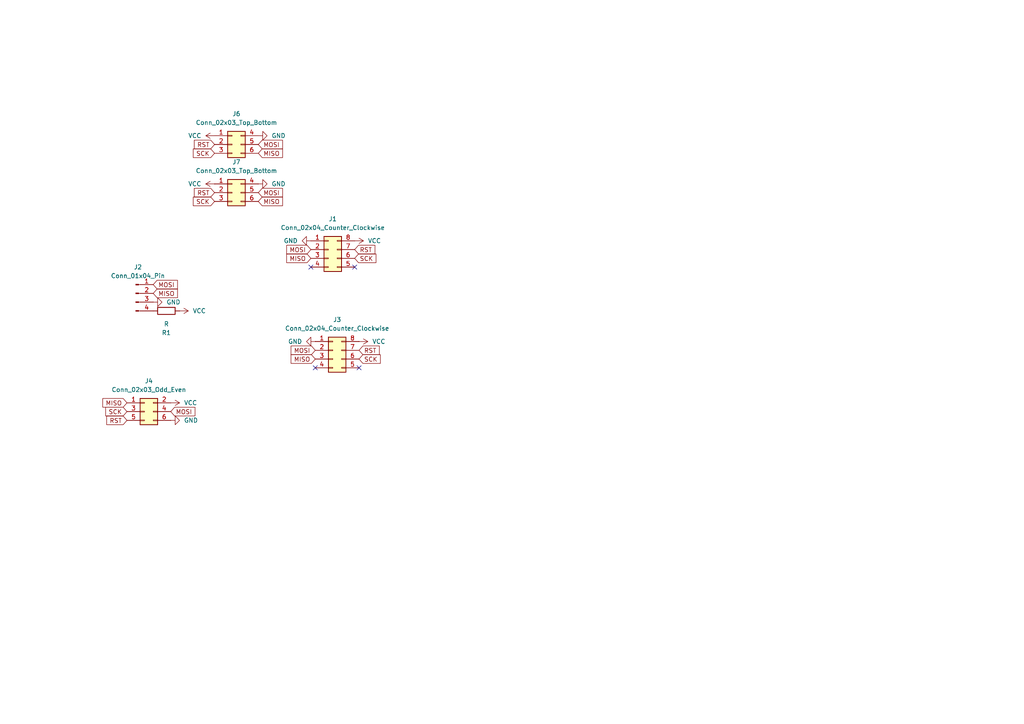
<source format=kicad_sch>
(kicad_sch (version 20250114) (generator "eeschema") (generator_version "9.0")
  (paper "A4")
  (lib_symbols
    (symbol "Connector:Conn_01x04_Pin" (pin_names (offset 1.016) (hide yes))
      (property "Reference" "J" (at 0 5.08 0))
      (property "Value" "Conn_01x04_Pin" (at 0 -7.62 0))
      (symbol "Conn_01x04_Pin_1_1"
        (rectangle (start 0.8636 2.667) (end 0 2.413) (stroke (width 0.1524)) (fill (type outline)))
        (rectangle (start 0.8636 0.127) (end 0 -0.127) (stroke (width 0.1524)) (fill (type outline)))
        (rectangle (start 0.8636 -2.413) (end 0 -2.667) (stroke (width 0.1524)) (fill (type outline)))
        (rectangle (start 0.8636 -4.953) (end 0 -5.207) (stroke (width 0.1524)) (fill (type outline)))
        (polyline (pts (xy 1.27 2.54) (xy 0.8636 2.54)) (stroke (width 0.1524)))
        (polyline (pts (xy 1.27 0) (xy 0.8636 0)) (stroke (width 0.1524)))
        (polyline (pts (xy 1.27 -2.54) (xy 0.8636 -2.54)) (stroke (width 0.1524)))
        (polyline (pts (xy 1.27 -5.08) (xy 0.8636 -5.08)) (stroke (width 0.1524)))
        (pin passive line (at 5.08 2.54 180) (length 3.81) (name "Pin_1") (number "1"))
        (pin passive line (at 5.08 0 180) (length 3.81) (name "Pin_2") (number "2"))
        (pin passive line (at 5.08 -2.54 180) (length 3.81) (name "Pin_3") (number "3"))
        (pin passive line (at 5.08 -5.08 180) (length 3.81) (name "Pin_4") (number "4"))
      )
    )
    (symbol "Connector_Generic:Conn_02x03_Odd_Even" (pin_names (offset 1.016) (hide yes))
      (property "Reference" "J" (at 1.27 5.08 0))
      (property "Value" "Conn_02x03_Odd_Even" (at 1.27 -5.08 0))
      (symbol "Conn_02x03_Odd_Even_1_1"
        (rectangle (start -1.27 3.81) (end 3.81 -3.81) (stroke (width 0.254)) (fill (type background)))
        (rectangle (start -1.27 2.667) (end 0 2.413) (stroke (width 0.1524)))
        (rectangle (start -1.27 0.127) (end 0 -0.127) (stroke (width 0.1524)))
        (rectangle (start -1.27 -2.413) (end 0 -2.667) (stroke (width 0.1524)))
        (rectangle (start 3.81 2.667) (end 2.54 2.413) (stroke (width 0.1524)))
        (rectangle (start 3.81 0.127) (end 2.54 -0.127) (stroke (width 0.1524)))
        (rectangle (start 3.81 -2.413) (end 2.54 -2.667) (stroke (width 0.1524)))
        (pin passive line (at -5.08 2.54 0) (length 3.81) (name "Pin_1") (number "1"))
        (pin passive line (at -5.08 0 0) (length 3.81) (name "Pin_3") (number "3"))
        (pin passive line (at -5.08 -2.54 0) (length 3.81) (name "Pin_5") (number "5"))
        (pin passive line (at 7.62 2.54 180) (length 3.81) (name "Pin_2") (number "2"))
        (pin passive line (at 7.62 0 180) (length 3.81) (name "Pin_4") (number "4"))
        (pin passive line (at 7.62 -2.54 180) (length 3.81) (name "Pin_6") (number "6"))
      )
    )
    (symbol "Connector_Generic:Conn_02x03_Top_Bottom" (pin_names (offset 1.016) (hide yes))
      (property "Reference" "J" (at 1.27 5.08 0))
      (property "Value" "Conn_02x03_Top_Bottom" (at 1.27 -5.08 0))
      (symbol "Conn_02x03_Top_Bottom_1_1"
        (rectangle (start -1.27 3.81) (end 3.81 -3.81) (stroke (width 0.254)) (fill (type background)))
        (rectangle (start -1.27 2.667) (end 0 2.413) (stroke (width 0.1524)))
        (rectangle (start -1.27 0.127) (end 0 -0.127) (stroke (width 0.1524)))
        (rectangle (start -1.27 -2.413) (end 0 -2.667) (stroke (width 0.1524)))
        (rectangle (start 3.81 2.667) (end 2.54 2.413) (stroke (width 0.1524)))
        (rectangle (start 3.81 0.127) (end 2.54 -0.127) (stroke (width 0.1524)))
        (rectangle (start 3.81 -2.413) (end 2.54 -2.667) (stroke (width 0.1524)))
        (pin passive line (at -5.08 2.54 0) (length 3.81) (name "Pin_1") (number "1"))
        (pin passive line (at -5.08 0 0) (length 3.81) (name "Pin_2") (number "2"))
        (pin passive line (at -5.08 -2.54 0) (length 3.81) (name "Pin_3") (number "3"))
        (pin passive line (at 7.62 2.54 180) (length 3.81) (name "Pin_4") (number "4"))
        (pin passive line (at 7.62 0 180) (length 3.81) (name "Pin_5") (number "5"))
        (pin passive line (at 7.62 -2.54 180) (length 3.81) (name "Pin_6") (number "6"))
      )
    )
    (symbol "Connector_Generic:Conn_02x04_Counter_Clockwise" (pin_names (offset 1.016) (hide yes))
      (property "Reference" "J" (at 1.27 5.08 0))
      (property "Value" "Conn_02x04_Counter_Clockwise" (at 1.27 -7.62 0))
      (symbol "Conn_02x04_Counter_Clockwise_1_1"
        (rectangle (start -1.27 3.81) (end 3.81 -6.35) (stroke (width 0.254)) (fill (type background)))
        (rectangle (start -1.27 2.667) (end 0 2.413) (stroke (width 0.1524)))
        (rectangle (start -1.27 0.127) (end 0 -0.127) (stroke (width 0.1524)))
        (rectangle (start -1.27 -2.413) (end 0 -2.667) (stroke (width 0.1524)))
        (rectangle (start -1.27 -4.953) (end 0 -5.207) (stroke (width 0.1524)))
        (rectangle (start 3.81 2.667) (end 2.54 2.413) (stroke (width 0.1524)))
        (rectangle (start 3.81 0.127) (end 2.54 -0.127) (stroke (width 0.1524)))
        (rectangle (start 3.81 -2.413) (end 2.54 -2.667) (stroke (width 0.1524)))
        (rectangle (start 3.81 -4.953) (end 2.54 -5.207) (stroke (width 0.1524)))
        (pin passive line (at -5.08 2.54 0) (length 3.81) (name "Pin_1") (number "1"))
        (pin passive line (at -5.08 0 0) (length 3.81) (name "Pin_2") (number "2"))
        (pin passive line (at -5.08 -2.54 0) (length 3.81) (name "Pin_3") (number "3"))
        (pin passive line (at -5.08 -5.08 0) (length 3.81) (name "Pin_4") (number "4"))
        (pin passive line (at 7.62 2.54 180) (length 3.81) (name "Pin_8") (number "8"))
        (pin passive line (at 7.62 0 180) (length 3.81) (name "Pin_7") (number "7"))
        (pin passive line (at 7.62 -2.54 180) (length 3.81) (name "Pin_6") (number "6"))
        (pin passive line (at 7.62 -5.08 180) (length 3.81) (name "Pin_5") (number "5"))
      )
    )
    (symbol "Device:R" (pin_numbers (hide yes)) (pin_names (offset 0))
      (property "Reference" "R" (at 2.032 0 90))
      (property "Value" "R" (at 0 0 90))
      (symbol "R_0_1"
        (rectangle (start -1.016 -2.54) (end 1.016 2.54) (stroke (width 0.254)))
      )
      (symbol "R_1_1"
        (pin passive line (at 0 3.81 270) (length 1.27) (name "~") (number "1"))
        (pin passive line (at 0 -3.81 90) (length 1.27) (name "~") (number "2"))
      )
    )
    (symbol "power:GND" (power) (pin_numbers (hide yes)) (pin_names (offset 0) (hide yes))
      (property "Value" "GND" (at 0 -3.81 0))
      (symbol "GND_0_1"
        (polyline (pts (xy 0 0) (xy 0 -1.27) (xy 1.27 -1.27) (xy 0 -2.54) (xy -1.27 -1.27) (xy 0 -1.27)))
      )
      (symbol "GND_1_1"
        (pin power_in line (at 0 0 270) (length 0) (name "~") (number "1"))
      )
    )
    (symbol "power:VCC" (power) (pin_numbers (hide yes)) (pin_names (offset 0) (hide yes))
      (property "Value" "VCC" (at 0 3.556 0))
      (symbol "VCC_0_1"
        (polyline (pts (xy -0.762 1.27) (xy 0 2.54)))
        (polyline (pts (xy 0 2.54) (xy 0.762 1.27)))
        (polyline (pts (xy 0 0) (xy 0 2.54)))
      )
      (symbol "VCC_1_1"
        (pin power_in line (at 0 0 90) (length 0) (name "~") (number "1"))
      )
    )
  )
  (no_connect (at 102.87 77.47))
  (no_connect (at 91.44 106.68))
  (no_connect (at 90.17 77.47))
  (no_connect (at 104.14 106.68))
  (global_label "MOSI" (shape input) (at 91.44 101.6 180) (property "Intersheetrefs" "${INTERSHEET_REFS}" (effects (hide yes))))
  (global_label "RST" (shape input) (at 102.87 72.39 0) (property "Intersheetrefs" "${INTERSHEET_REFS}" (effects (hide yes))))
  (global_label "MISO" (shape input) (at 91.44 104.14 180) (property "Intersheetrefs" "${INTERSHEET_REFS}" (effects (hide yes))))
  (global_label "MISO" (shape input) (at 90.17 74.93 180) (property "Intersheetrefs" "${INTERSHEET_REFS}" (effects (hide yes))))
  (global_label "RST" (shape input) (at 36.83 121.92 180) (property "Intersheetrefs" "${INTERSHEET_REFS}" (effects (hide yes))))
  (global_label "MOSI" (shape input) (at 74.93 41.91 0) (property "Intersheetrefs" "${INTERSHEET_REFS}" (effects (hide yes))))
  (global_label "MISO" (shape input) (at 74.93 58.42 0) (property "Intersheetrefs" "${INTERSHEET_REFS}" (effects (hide yes))))
  (global_label "SCK" (shape input) (at 36.83 119.38 180) (property "Intersheetrefs" "${INTERSHEET_REFS}" (effects (hide yes))))
  (global_label "SCK" (shape input) (at 104.14 104.14 0) (property "Intersheetrefs" "${INTERSHEET_REFS}" (effects (hide yes))))
  (global_label "MISO" (shape input) (at 44.45 85.09 0) (property "Intersheetrefs" "${INTERSHEET_REFS}" (effects (hide yes))))
  (global_label "MOSI" (shape input) (at 74.93 55.88 0) (property "Intersheetrefs" "${INTERSHEET_REFS}" (effects (hide yes))))
  (global_label "RST" (shape input) (at 62.23 55.88 180) (property "Intersheetrefs" "${INTERSHEET_REFS}" (effects (hide yes))))
  (global_label "MISO" (shape input) (at 74.93 44.45 0) (property "Intersheetrefs" "${INTERSHEET_REFS}" (effects (hide yes))))
  (global_label "MOSI" (shape input) (at 49.53 119.38 0) (property "Intersheetrefs" "${INTERSHEET_REFS}" (effects (hide yes))))
  (global_label "SCK" (shape input) (at 62.23 44.45 180) (property "Intersheetrefs" "${INTERSHEET_REFS}" (effects (hide yes))))
  (global_label "MOSI" (shape input) (at 90.17 72.39 180) (property "Intersheetrefs" "${INTERSHEET_REFS}" (effects (hide yes))))
  (global_label "MISO" (shape input) (at 36.83 116.84 180) (property "Intersheetrefs" "${INTERSHEET_REFS}" (effects (hide yes))))
  (global_label "SCK" (shape input) (at 62.23 58.42 180) (property "Intersheetrefs" "${INTERSHEET_REFS}" (effects (hide yes))))
  (global_label "SCK" (shape input) (at 102.87 74.93 0) (property "Intersheetrefs" "${INTERSHEET_REFS}" (effects (hide yes))))
  (global_label "MOSI" (shape input) (at 44.45 82.55 0) (property "Intersheetrefs" "${INTERSHEET_REFS}" (effects (hide yes))))
  (global_label "RST" (shape input) (at 62.23 41.91 180) (property "Intersheetrefs" "${INTERSHEET_REFS}" (effects (hide yes))))
  (global_label "RST" (shape input) (at 104.14 101.6 0) (property "Intersheetrefs" "${INTERSHEET_REFS}" (effects (hide yes))))
  (symbol (lib_id "Connector_Generic:Conn_02x03_Top_Bottom") (at 67.31 41.91 0) (unit 1)
    (property "Reference" "J6" (at 68.58 33.02 0))
    (property "Value" "Conn_02x03_Top_Bottom" (at 68.58 35.56 0))
    (property "Footprint" "SIM:4FF-SIM" (effects (hide yes)))
    (property "Description" "Generic connector, double row, 02x03, top/bottom pin numbering scheme (row 1: 1...pins_per_row, row2: pins_per_row+1 ... num_pins), script generated (kicad-library-utils/schlib/autogen/connector/)" (effects (hide yes)))
  )
  (symbol (lib_id "Connector_Generic:Conn_02x03_Top_Bottom") (at 67.31 55.88 0) (unit 1)
    (property "Reference" "J7" (at 68.58 46.99 0))
    (property "Value" "Conn_02x03_Top_Bottom" (at 68.58 49.53 0))
    (property "Footprint" "SIM:4FF-SIM" (effects (hide yes)))
    (property "Description" "Generic connector, double row, 02x03, top/bottom pin numbering scheme (row 1: 1...pins_per_row, row2: pins_per_row+1 ... num_pins), script generated (kicad-library-utils/schlib/autogen/connector/)" (effects (hide yes)))
  )
  (symbol (lib_id "power:GND") (at 91.44 99.06 270) (unit 1)
    (property "Reference" "#PWR02" (effects (hide yes)))
    (property "Value" "GND" (at 87.63 99.0599 90) (effects (justify right)))
    (property "Description" "Power symbol creates a global label with name \"GND\" , ground" (effects (hide yes)))
  )
  (symbol (lib_id "Device:R") (at 48.26 90.17 90) (unit 1)
    (property "Reference" "R1" (at 48.26 96.52 90))
    (property "Value" "R" (at 48.26 93.98 90))
    (property "Footprint" "Resistor_SMD:R_0805_2012Metric" (effects (hide yes)))
    (property "Description" "Resistor" (effects (hide yes)))
  )
  (symbol (lib_id "power:VCC") (at 104.14 99.06 270) (unit 1)
    (property "Reference" "#PWR05" (effects (hide yes)))
    (property "Value" "VCC" (at 107.95 99.0599 90) (effects (justify left)))
    (property "Description" "Power symbol creates a global label with name \"VCC\"" (effects (hide yes)))
  )
  (symbol (lib_id "power:GND") (at 74.93 53.34 90) (mirror x) (unit 1)
    (property "Reference" "#PWR010" (effects (hide yes)))
    (property "Value" "GND" (at 78.74 53.3399 90) (effects (justify right)))
    (property "Description" "Power symbol creates a global label with name \"GND\" , ground" (effects (hide yes)))
  )
  (symbol (lib_id "power:VCC") (at 62.23 53.34 90) (mirror x) (unit 1)
    (property "Reference" "#PWR09" (effects (hide yes)))
    (property "Value" "VCC" (at 58.42 53.3399 90) (effects (justify left)))
    (property "Description" "Power symbol creates a global label with name \"VCC\"" (effects (hide yes)))
  )
  (symbol (lib_id "power:VCC") (at 52.07 90.17 270) (unit 1)
    (property "Reference" "#PWR04" (effects (hide yes)))
    (property "Value" "VCC" (at 55.88 90.1699 90) (effects (justify left)))
    (property "Description" "Power symbol creates a global label with name \"VCC\"" (effects (hide yes)))
  )
  (symbol (lib_id "Connector_Generic:Conn_02x03_Odd_Even") (at 41.91 119.38 0) (unit 1)
    (property "Reference" "J4" (at 43.18 110.49 0))
    (property "Value" "Conn_02x03_Odd_Even" (at 43.18 113.03 0))
    (property "Footprint" "Connector_IDC:IDC-Header_2x03_P2.54mm_Vertical" (effects (hide yes)))
    (property "Description" "Generic connector, double row, 02x03, odd/even pin numbering scheme (row 1 odd numbers, row 2 even numbers), script generated (kicad-library-utils/schlib/autogen/connector/)" (effects (hide yes)))
  )
  (symbol (lib_id "Connector_Generic:Conn_02x04_Counter_Clockwise") (at 95.25 72.39 0) (unit 1)
    (property "Reference" "J1" (at 96.52 63.5 0))
    (property "Value" "Conn_02x04_Counter_Clockwise" (at 96.52 66.04 0))
    (property "Footprint" "SIM:SIMsocket" (effects (hide yes)))
    (property "Description" "Generic connector, double row, 02x04, counter clockwise pin numbering scheme (similar to DIP package numbering), script generated (kicad-library-utils/schlib/autogen/connector/)" (effects (hide yes)))
  )
  (symbol (lib_id "power:GND") (at 49.53 121.92 90) (mirror x) (unit 1)
    (property "Reference" "#PWR028" (effects (hide yes)))
    (property "Value" "GND" (at 53.34 121.9199 90) (effects (justify right)))
    (property "Description" "Power symbol creates a global label with name \"GND\" , ground" (effects (hide yes)))
  )
  (symbol (lib_id "Connector_Generic:Conn_02x04_Counter_Clockwise") (at 96.52 101.6 0) (unit 1)
    (property "Reference" "J3" (at 97.79 92.71 0))
    (property "Value" "Conn_02x04_Counter_Clockwise" (at 97.79 95.25 0))
    (property "Footprint" "SIM:SIMsocket" (effects (hide yes)))
    (property "Description" "Generic connector, double row, 02x04, counter clockwise pin numbering scheme (similar to DIP package numbering), script generated (kicad-library-utils/schlib/autogen/connector/)" (effects (hide yes)))
  )
  (symbol (lib_id "power:GND") (at 74.93 39.37 90) (mirror x) (unit 1)
    (property "Reference" "#PWR07" (effects (hide yes)))
    (property "Value" "GND" (at 78.74 39.3699 90) (effects (justify right)))
    (property "Description" "Power symbol creates a global label with name \"GND\" , ground" (effects (hide yes)))
  )
  (symbol (lib_id "power:VCC") (at 102.87 69.85 270) (unit 1)
    (property "Reference" "#PWR06" (effects (hide yes)))
    (property "Value" "VCC" (at 106.68 69.8499 90) (effects (justify left)))
    (property "Description" "Power symbol creates a global label with name \"VCC\"" (effects (hide yes)))
  )
  (symbol (lib_id "power:VCC") (at 49.53 116.84 270) (unit 1)
    (property "Reference" "#PWR029" (effects (hide yes)))
    (property "Value" "VCC" (at 53.34 116.8399 90) (effects (justify left)))
    (property "Description" "Power symbol creates a global label with name \"VCC\"" (effects (hide yes)))
  )
  (symbol (lib_id "power:GND") (at 44.45 87.63 90) (unit 1)
    (property "Reference" "#PWR01" (effects (hide yes)))
    (property "Value" "GND" (at 48.26 87.6299 90) (effects (justify right)))
    (property "Description" "Power symbol creates a global label with name \"GND\" , ground" (effects (hide yes)))
  )
  (symbol (lib_id "Connector:Conn_01x04_Pin") (at 39.37 85.09 0) (unit 1)
    (property "Reference" "J2" (at 40.005 77.47 0))
    (property "Value" "Conn_01x04_Pin" (at 40.005 80.01 0))
    (property "Footprint" "Connector_JST:JST_XH_S4B-XH-A-1_1x04_P2.50mm_Horizontal" (effects (hide yes)))
    (property "Description" "Generic connector, single row, 01x04, script generated" (effects (hide yes)))
  )
  (symbol (lib_id "power:VCC") (at 62.23 39.37 90) (mirror x) (unit 1)
    (property "Reference" "#PWR08" (effects (hide yes)))
    (property "Value" "VCC" (at 58.42 39.3699 90) (effects (justify left)))
    (property "Description" "Power symbol creates a global label with name \"VCC\"" (effects (hide yes)))
  )
  (symbol (lib_id "power:GND") (at 90.17 69.85 270) (unit 1)
    (property "Reference" "#PWR03" (effects (hide yes)))
    (property "Value" "GND" (at 86.36 69.8499 90) (effects (justify right)))
    (property "Description" "Power symbol creates a global label with name \"GND\" , ground" (effects (hide yes)))
  )
)
</source>
